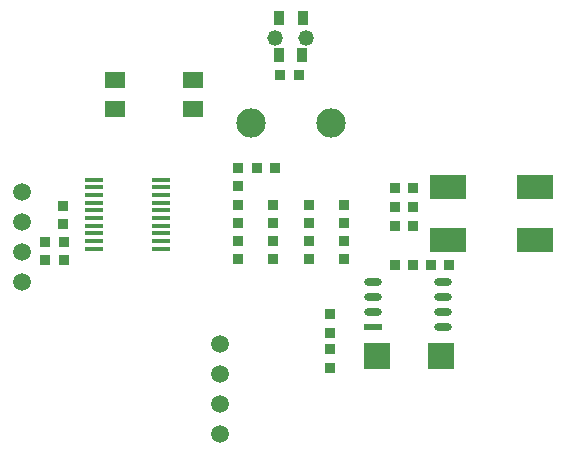
<source format=gbr>
%TF.GenerationSoftware,Altium Limited,Altium Designer,21.6.4 (81)*%
G04 Layer_Color=16711935*
%FSLAX43Y43*%
%MOMM*%
%TF.SameCoordinates,1CE7F002-25C6-4FEA-A4B7-191A7A1919B5*%
%TF.FilePolarity,Negative*%
%TF.FileFunction,Soldermask,Bot*%
%TF.Part,Single*%
G01*
G75*
%TA.AperFunction,SMDPad,CuDef*%
%ADD44R,0.830X1.280*%
%ADD45R,0.920X0.870*%
%ADD46R,0.870X0.920*%
%ADD47R,1.820X1.470*%
%ADD48O,1.520X0.620*%
%ADD49R,1.520X0.620*%
%ADD50R,2.320X2.320*%
%ADD51R,1.620X0.420*%
%ADD52R,3.100X2.100*%
%TA.AperFunction,ComponentPad*%
%ADD53C,1.320*%
%ADD54C,1.520*%
%ADD55C,2.489*%
D44*
X26450Y44400D02*
D03*
X24450D02*
D03*
X24481Y47590D02*
D03*
X26481D02*
D03*
D45*
X28840Y17955D02*
D03*
Y19505D02*
D03*
Y20932D02*
D03*
Y22482D02*
D03*
X21000Y33310D02*
D03*
Y34860D02*
D03*
X6180Y30115D02*
D03*
Y31665D02*
D03*
X21000Y31775D02*
D03*
Y30225D02*
D03*
X20995Y28700D02*
D03*
Y27150D02*
D03*
X23995Y28700D02*
D03*
Y27150D02*
D03*
X24000Y31775D02*
D03*
Y30225D02*
D03*
X27000Y28700D02*
D03*
Y27150D02*
D03*
X27000Y31775D02*
D03*
Y30225D02*
D03*
X30000Y28700D02*
D03*
Y27150D02*
D03*
X30000Y31775D02*
D03*
Y30225D02*
D03*
D46*
X24605Y42760D02*
D03*
X26155D02*
D03*
X22600Y34850D02*
D03*
X24150D02*
D03*
X35838Y29985D02*
D03*
X34288D02*
D03*
X35855Y31560D02*
D03*
X34305D02*
D03*
X38905Y26660D02*
D03*
X37355D02*
D03*
X34315Y33140D02*
D03*
X35865D02*
D03*
X35832Y26660D02*
D03*
X34282D02*
D03*
X4695Y27040D02*
D03*
X6245D02*
D03*
X4695Y28570D02*
D03*
X6245D02*
D03*
D47*
X17175Y39845D02*
D03*
X10625D02*
D03*
X17175Y42295D02*
D03*
X10625D02*
D03*
D48*
X38413Y25217D02*
D03*
Y23947D02*
D03*
Y22677D02*
D03*
Y21407D02*
D03*
X32413Y25217D02*
D03*
Y23947D02*
D03*
Y22677D02*
D03*
D49*
Y21407D02*
D03*
D50*
X38190Y18980D02*
D03*
X32790D02*
D03*
D51*
X8790Y28035D02*
D03*
Y28685D02*
D03*
Y29335D02*
D03*
Y29985D02*
D03*
Y30635D02*
D03*
Y31285D02*
D03*
Y31935D02*
D03*
Y32585D02*
D03*
Y33235D02*
D03*
Y33885D02*
D03*
X14490D02*
D03*
Y32585D02*
D03*
Y31935D02*
D03*
Y31285D02*
D03*
Y30635D02*
D03*
Y29985D02*
D03*
Y29335D02*
D03*
Y28685D02*
D03*
Y28035D02*
D03*
Y33235D02*
D03*
D52*
X46175Y33250D02*
D03*
Y28750D02*
D03*
X38825Y33250D02*
D03*
Y28750D02*
D03*
D53*
X26750Y45900D02*
D03*
X24150D02*
D03*
D54*
X2770Y25200D02*
D03*
Y27740D02*
D03*
Y30280D02*
D03*
Y32820D02*
D03*
X19535Y19950D02*
D03*
Y17410D02*
D03*
Y14870D02*
D03*
Y12330D02*
D03*
D55*
X22130Y38665D02*
D03*
X28860D02*
D03*
%TF.MD5,a84914009a5a3dbbeb9a32facb7fccad*%
M02*

</source>
